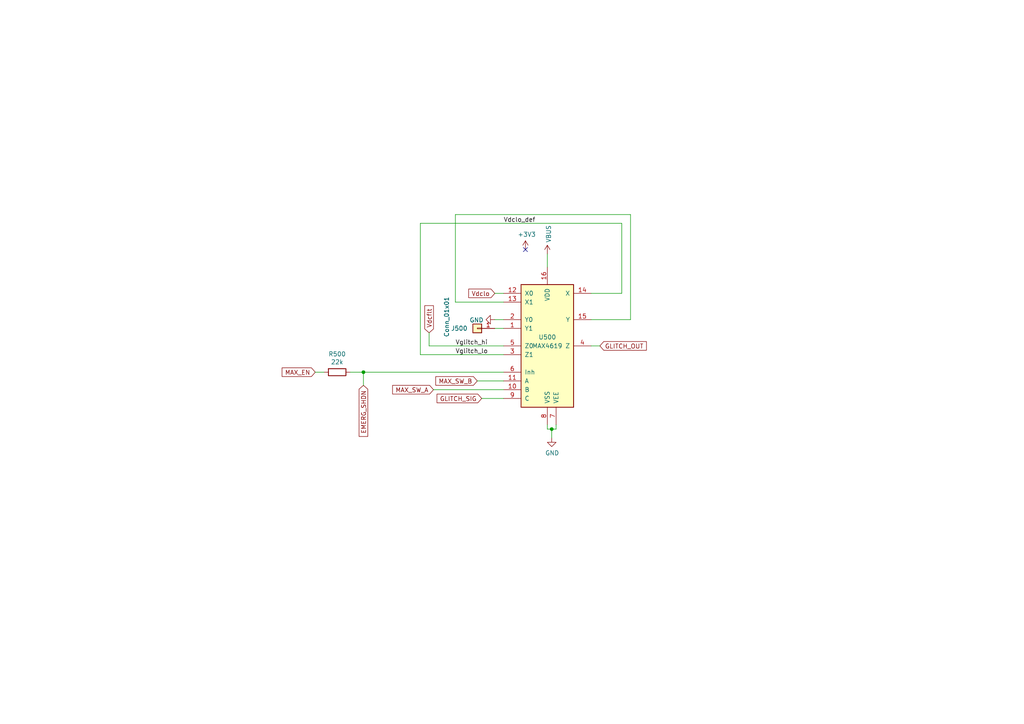
<source format=kicad_sch>
(kicad_sch (version 20211123) (generator eeschema)
  (paper "A4")
  (lib_symbols
    (symbol "4xxx:4053" (pin_names (offset 1.016))
      (property "Reference" "U" (at -7.62 19.05 0))
      (property "Value" "4053" (at -7.62 -19.05 0))
      (symbol "4053_1_0"
        (pin passive line (at -12.7 5.08 0) (length 5.08) (name "Y1") (number "1"))
        (pin input line (at -12.7 -12.7 0) (length 5.08) (name "B") (number "10"))
        (pin input line (at -12.7 -10.16 0) (length 5.08) (name "A") (number "11"))
        (pin passive line (at -12.7 15.24 0) (length 5.08) (name "X0") (number "12"))
        (pin passive line (at -12.7 12.7 0) (length 5.08) (name "X1") (number "13"))
        (pin passive line (at 12.7 15.24 180) (length 5.08) (name "X") (number "14"))
        (pin passive line (at 12.7 7.62 180) (length 5.08) (name "Y") (number "15"))
        (pin power_in line (at 0 22.86 270) (length 5.08) (name "VDD") (number "16"))
        (pin passive line (at -12.7 7.62 0) (length 5.08) (name "Y0") (number "2"))
        (pin passive line (at -12.7 -2.54 0) (length 5.08) (name "Z1") (number "3"))
        (pin passive line (at 12.7 0 180) (length 5.08) (name "Z") (number "4"))
        (pin passive line (at -12.7 0 0) (length 5.08) (name "Z0") (number "5"))
        (pin input line (at -12.7 -7.62 0) (length 5.08) (name "Inh") (number "6"))
        (pin power_in line (at 2.54 -22.86 90) (length 5.08) (name "VEE") (number "7"))
        (pin power_in line (at 0 -22.86 90) (length 5.08) (name "VSS") (number "8"))
        (pin input line (at -12.7 -15.24 0) (length 5.08) (name "C") (number "9"))
      )
      (symbol "4053_1_1"
        (rectangle (start -7.62 17.78) (end 7.62 -17.78) (stroke (width 0.254)) (fill (type background)))
      )
    )
    (symbol "Connector_Generic:Conn_01x01" (pin_names (offset 1.016) hide)
      (property "Reference" "J" (at 0 2.54 0))
      (property "Value" "Conn_01x01" (at 0 -2.54 0))
      (symbol "Conn_01x01_1_1"
        (rectangle (start -1.27 0.127) (end 0 -0.127) (stroke (width 0.1524)))
        (rectangle (start -1.27 1.27) (end 1.27 -1.27) (stroke (width 0.254)) (fill (type background)))
        (pin passive line (at -5.08 0 0) (length 3.81) (name "Pin_1") (number "1"))
      )
    )
    (symbol "Device:R" (pin_numbers hide) (pin_names (offset 0))
      (property "Reference" "R" (at 2.032 0 90))
      (property "Value" "R" (at 0 0 90))
      (symbol "R_0_1"
        (rectangle (start -1.016 -2.54) (end 1.016 2.54) (stroke (width 0.254)))
      )
      (symbol "R_1_1"
        (pin passive line (at 0 3.81 270) (length 1.27) (name "~") (number "1"))
        (pin passive line (at 0 -3.81 90) (length 1.27) (name "~") (number "2"))
      )
    )
    (symbol "power:+3V3" (power) (pin_names (offset 0))
      (property "Value" "+3V3" (at 0 3.556 0))
      (symbol "+3V3_0_1"
        (polyline (pts (xy -0.762 1.27) (xy 0 2.54)))
        (polyline (pts (xy 0 0) (xy 0 2.54)))
        (polyline (pts (xy 0 2.54) (xy 0.762 1.27)))
      )
      (symbol "+3V3_1_1"
        (pin power_in line (at 0 0 90) (length 0) hide (name "+3V3") (number "1"))
      )
    )
    (symbol "power:GND" (power) (pin_names (offset 0))
      (property "Value" "GND" (at 0 -3.81 0))
      (symbol "GND_0_1"
        (polyline (pts (xy 0 0) (xy 0 -1.27) (xy 1.27 -1.27) (xy 0 -2.54) (xy -1.27 -1.27) (xy 0 -1.27)))
      )
      (symbol "GND_1_1"
        (pin power_in line (at 0 0 270) (length 0) hide (name "GND") (number "1"))
      )
    )
    (symbol "power:VBUS" (power) (pin_names (offset 0))
      (property "Value" "VBUS" (at 0 3.81 0))
      (symbol "VBUS_0_1"
        (polyline (pts (xy -0.762 1.27) (xy 0 2.54)))
        (polyline (pts (xy 0 0) (xy 0 2.54)))
        (polyline (pts (xy 0 2.54) (xy 0.762 1.27)))
      )
      (symbol "VBUS_1_1"
        (pin power_in line (at 0 0 90) (length 0) hide (name "VBUS") (number "1"))
      )
    )
  )
  (junction (at 105.41 107.95))
  (junction (at 160.02 124.46))
  (no_connect (at 152.4 72.39))
  (wire (pts (xy 138.43 110.49) (xy 146.05 110.49)))
  (wire (pts (xy 93.98 107.95) (xy 91.44 107.95)))
  (wire (pts (xy 161.29 124.46) (xy 161.29 123.19)))
  (wire (pts (xy 143.51 95.25) (xy 146.05 95.25)))
  (wire (pts (xy 121.92 102.87) (xy 146.05 102.87)))
  (wire (pts (xy 180.34 64.77) (xy 121.92 64.77)))
  (wire (pts (xy 132.08 87.63) (xy 132.08 62.23)))
  (wire (pts (xy 180.34 64.77) (xy 180.34 85.09)))
  (wire (pts (xy 146.05 92.71) (xy 143.51 92.71)))
  (wire (pts (xy 171.45 85.09) (xy 180.34 85.09)))
  (wire (pts (xy 160.02 124.46) (xy 161.29 124.46)))
  (wire (pts (xy 105.41 111.76) (xy 105.41 107.95)))
  (wire (pts (xy 124.46 96.52) (xy 124.46 100.33)))
  (wire (pts (xy 124.46 100.33) (xy 146.05 100.33)))
  (wire (pts (xy 139.7 115.57) (xy 146.05 115.57)))
  (wire (pts (xy 125.73 113.03) (xy 146.05 113.03)))
  (wire (pts (xy 146.05 87.63) (xy 132.08 87.63)))
  (wire (pts (xy 158.75 124.46) (xy 160.02 124.46)))
  (wire (pts (xy 158.75 77.47) (xy 158.75 73.66)))
  (wire (pts (xy 121.92 64.77) (xy 121.92 102.87)))
  (wire (pts (xy 132.08 62.23) (xy 182.88 62.23)))
  (wire (pts (xy 158.75 124.46) (xy 158.75 123.19)))
  (wire (pts (xy 173.99 100.33) (xy 171.45 100.33)))
  (wire (pts (xy 160.02 124.46) (xy 160.02 127)))
  (wire (pts (xy 143.51 85.09) (xy 146.05 85.09)))
  (wire (pts (xy 105.41 107.95) (xy 146.05 107.95)))
  (wire (pts (xy 101.6 107.95) (xy 105.41 107.95)))
  (wire (pts (xy 182.88 92.71) (xy 171.45 92.71)))
  (wire (pts (xy 182.88 62.23) (xy 182.88 92.71)))
  (label "Vglitch_lo" (at 132.08 102.87 0))
  (label "Vdclo_def" (at 146.05 64.77 0))
  (label "Vglitch_hi" (at 132.08 100.33 0))
  (global_label "EMERG_SHDN" (shape input) (at 105.41 111.76 270) (property "Intersheet References" "${INTERSHEET_REFS}" (effects hide)))
  (global_label "MAX_EN" (shape input) (at 91.44 107.95 180) (property "Intersheet References" "${INTERSHEET_REFS}" (effects hide)))
  (global_label "MAX_SW_B" (shape input) (at 138.43 110.49 180) (property "Intersheet References" "${INTERSHEET_REFS}" (effects hide)))
  (global_label "Vdclo" (shape input) (at 143.51 85.09 180) (property "Intersheet References" "${INTERSHEET_REFS}" (effects hide)))
  (global_label "GLITCH_SIG" (shape input) (at 139.7 115.57 180) (property "Intersheet References" "${INTERSHEET_REFS}" (effects hide)))
  (global_label "GLITCH_OUT" (shape input) (at 173.99 100.33 0) (property "Intersheet References" "${INTERSHEET_REFS}" (effects hide)))
  (global_label "Vdcflt" (shape input) (at 124.46 96.52 90) (property "Intersheet References" "${INTERSHEET_REFS}" (effects hide)))
  (global_label "MAX_SW_A" (shape input) (at 125.73 113.03 180) (property "Intersheet References" "${INTERSHEET_REFS}" (effects hide)))
  (symbol (lib_id "power:VBUS") (at 158.75 73.66 0) (unit 1)
    (property "Reference" "#PWR0156" (effects hide))
    (property "Value" "VBUS" (at 159.131 70.4088 90) (effects (justify left)))
  )
  (symbol (lib_id "Connector_Generic:Conn_01x01") (at 138.43 95.25 180) (unit 1)
    (property "Reference" "J500" (at 130.81 95.25 0) (effects (justify right)))
    (property "Value" "Conn_01x01" (at 129.54 97.79 90) (effects (justify right)))
    (property "Footprint" "Connector_PinHeader_2.54mm:PinHeader_1x01_P2.54mm_Vertical" (effects hide))
  )
  (symbol (lib_id "4xxx:4053") (at 158.75 100.33 0) (unit 1)
    (property "Reference" "U500" (at 158.75 97.79 0))
    (property "Value" "MAX4619" (at 158.75 100.33 0))
    (property "Footprint" "Package_SO:SO-16_3.9x9.9mm_P1.27mm" (effects hide))
    (property "Datasheet" "http://www.intersil.com/content/dam/Intersil/documents/cd40/cd4051bms-52bms-53bms.pdf" (effects hide))
  )
  (symbol (lib_id "power:GND") (at 160.02 127 0) (unit 1)
    (property "Reference" "#PWR0149" (effects hide))
    (property "Value" "GND" (at 160.147 131.3942 0))
  )
  (symbol (lib_id "power:GND") (at 143.51 92.71 270) (unit 1)
    (property "Reference" "#PWR0150" (effects hide))
    (property "Value" "GND" (at 140.2588 92.837 90) (effects (justify right)))
  )
  (symbol (lib_id "power:+3V3") (at 152.4 72.39 0) (unit 1)
    (property "Reference" "#PWR0152" (effects hide))
    (property "Value" "+3V3" (at 152.781 67.9958 0))
  )
  (symbol (lib_id "Device:R") (at 97.79 107.95 270) (unit 1)
    (property "Reference" "R500" (at 97.79 102.6922 90))
    (property "Value" "22k" (at 97.79 105.0036 90))
    (property "Footprint" "Resistor_SMD:R_0805_2012Metric_Pad1.20x1.40mm_HandSolder" (effects hide))
  )
)
</source>
